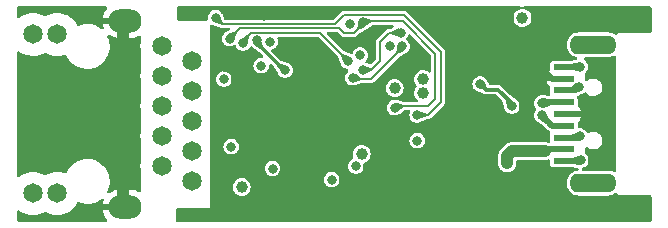
<source format=gbr>
%TF.GenerationSoftware,KiCad,Pcbnew,7.0.9-7.0.9~ubuntu22.04.1*%
%TF.CreationDate,2024-01-19T15:32:02+02:00*%
%TF.ProjectId,USB-GIGABIT_Rev_D,5553422d-4749-4474-9142-49545f526576,rev?*%
%TF.SameCoordinates,PX3473bc0PY4bd12e0*%
%TF.FileFunction,Copper,L4,Bot*%
%TF.FilePolarity,Positive*%
%FSLAX46Y46*%
G04 Gerber Fmt 4.6, Leading zero omitted, Abs format (unit mm)*
G04 Created by KiCad (PCBNEW 7.0.9-7.0.9~ubuntu22.04.1) date 2024-01-19 15:32:02*
%MOMM*%
%LPD*%
G01*
G04 APERTURE LIST*
%TA.AperFunction,SMDPad,CuDef*%
%ADD10R,1.800000X0.500000*%
%TD*%
%TA.AperFunction,ComponentPad*%
%ADD11O,4.000000X1.600000*%
%TD*%
%TA.AperFunction,ComponentPad*%
%ADD12C,1.650000*%
%TD*%
%TA.AperFunction,ComponentPad*%
%ADD13O,2.800000X2.000000*%
%TD*%
%TA.AperFunction,ComponentPad*%
%ADD14C,1.300000*%
%TD*%
%TA.AperFunction,ComponentPad*%
%ADD15C,1.800000*%
%TD*%
%TA.AperFunction,ViaPad*%
%ADD16C,1.000000*%
%TD*%
%TA.AperFunction,ViaPad*%
%ADD17C,0.800000*%
%TD*%
%TA.AperFunction,Conductor*%
%ADD18C,0.152400*%
%TD*%
%TA.AperFunction,Conductor*%
%ADD19C,0.254000*%
%TD*%
%TA.AperFunction,Conductor*%
%ADD20C,1.016000*%
%TD*%
%TA.AperFunction,Conductor*%
%ADD21C,0.508000*%
%TD*%
%TA.AperFunction,Conductor*%
%ADD22C,0.304800*%
%TD*%
G04 APERTURE END LIST*
D10*
X46700000Y5500000D03*
X46700000Y7500000D03*
X46700000Y9500000D03*
X46700000Y11500000D03*
X46700000Y13500000D03*
X46700000Y12500000D03*
X46700000Y10500000D03*
X46700000Y8500000D03*
X46700000Y6500000D03*
D11*
X49200000Y3650000D03*
X49200000Y15350000D03*
D12*
X12691500Y15215000D03*
X15231500Y13945000D03*
X12691500Y12675000D03*
X15231500Y11405000D03*
X12691500Y10135000D03*
X15231500Y8865000D03*
X12691500Y7595000D03*
X15231500Y6325000D03*
X12691500Y5055000D03*
X15231500Y3785000D03*
X3801500Y16231000D03*
X1769500Y16231000D03*
X3801500Y2769000D03*
X1769500Y2769000D03*
D13*
X9541500Y17400000D03*
X9541500Y1600000D03*
D14*
X27465988Y10694500D03*
X24265988Y10694500D03*
D15*
X25865988Y9094500D03*
D14*
X27465988Y7494500D03*
X24265988Y7494500D03*
D16*
X50000000Y17500000D03*
X21200000Y2157000D03*
D17*
X17212200Y17651000D03*
D16*
X3801000Y10666000D03*
X1388000Y7618000D03*
X1388000Y10666000D03*
X1388000Y13968000D03*
X6595000Y7872000D03*
X9389000Y10920000D03*
X9389000Y7872000D03*
X8881000Y4189000D03*
D17*
X18406000Y15873000D03*
X22724000Y18159000D03*
X24883000Y3554000D03*
D16*
X40758000Y10539000D03*
X43044000Y14984000D03*
X42155000Y8507000D03*
X43679000Y16381000D03*
X37710000Y17270000D03*
D17*
X25899000Y14476000D03*
X17898000Y13460000D03*
D16*
X40758000Y12825000D03*
X38218000Y13460000D03*
X46854000Y1141000D03*
X44949000Y13206000D03*
X19295000Y1014000D03*
D17*
X21327000Y17778000D03*
X24883000Y4443000D03*
X18533000Y5713000D03*
X20311000Y14603000D03*
X19694500Y9142000D03*
D16*
X48759000Y8761000D03*
D17*
X33265000Y6475000D03*
D16*
X33392000Y12571000D03*
D17*
X31614000Y5078000D03*
X30217000Y16254000D03*
D16*
X22978000Y1014000D03*
X48759000Y10031000D03*
D17*
X34281000Y7237000D03*
X28566000Y17143000D03*
D16*
X29582000Y6104503D03*
X19422000Y3300000D03*
D17*
X21073000Y13587000D03*
D16*
X43195230Y17626770D03*
X32376000Y11682000D03*
D17*
X31995000Y15238000D03*
X39615000Y12044500D03*
X42282000Y10158000D03*
X27042000Y3935000D03*
X29455000Y14476000D03*
D16*
X34789000Y11301000D03*
D17*
X29074000Y5078000D03*
X17898000Y12444000D03*
X18533000Y6729000D03*
D16*
X34789000Y12444000D03*
D17*
X22033476Y4879524D03*
X21835000Y15619000D03*
X33011000Y15238000D03*
X28820000Y12571000D03*
X20692000Y15746000D03*
X23105000Y13206000D03*
X47997000Y11809000D03*
X48098600Y13500000D03*
D16*
X41901000Y5332000D03*
X42282000Y6348000D03*
D17*
X34281000Y9396000D03*
X29709000Y17270000D03*
X32376000Y10031000D03*
X44822000Y10412000D03*
X44822000Y9396000D03*
X48060108Y7618000D03*
X48124000Y5586000D03*
X32884000Y16381000D03*
X29709000Y13206000D03*
X28439000Y13968000D03*
X19549000Y15492000D03*
D18*
X19549000Y15492000D02*
X19549000Y15746000D01*
X19549000Y15746000D02*
X20184000Y16381000D01*
X20184000Y16381000D02*
X26026000Y16381000D01*
X26026000Y16381000D02*
X28439000Y13968000D01*
X32376000Y10031000D02*
X32503000Y10158000D01*
X32503000Y10158000D02*
X35170000Y10158000D01*
X35170000Y10158000D02*
X35805000Y10793000D01*
X35805000Y10793000D02*
X35805000Y14603000D01*
X35805000Y14603000D02*
X33036400Y17371600D01*
X33036400Y17371600D02*
X29810600Y17371600D01*
X29810600Y17371600D02*
X29709000Y17270000D01*
X27296000Y17143000D02*
X28058000Y17905000D01*
X33138000Y17905000D02*
X36313000Y14730000D01*
X17720200Y17143000D02*
X27296000Y17143000D01*
X28058000Y17905000D02*
X33138000Y17905000D01*
X35170000Y9396000D02*
X34281000Y9396000D01*
X36313000Y14730000D02*
X36313000Y10539000D01*
X17212200Y17651000D02*
X17720200Y17143000D01*
X36313000Y10539000D02*
X35170000Y9396000D01*
X18406000Y15873000D02*
X19295000Y16762000D01*
X19295000Y16762000D02*
X27677000Y16762000D01*
X29709000Y17143000D02*
X29709000Y17270000D01*
X27677000Y16762000D02*
X28058000Y16381000D01*
X28058000Y16381000D02*
X28947000Y16381000D01*
X28947000Y16381000D02*
X29709000Y17143000D01*
D19*
X20692000Y15746000D02*
X20692000Y15492000D01*
X20692000Y15492000D02*
X22978000Y13206000D01*
X22978000Y13206000D02*
X23105000Y13206000D01*
D20*
X9541500Y17400000D02*
X9389000Y17247500D01*
X9389000Y17247500D02*
X9389000Y1752500D01*
X9389000Y1752500D02*
X9541500Y1600000D01*
X48759000Y9523000D02*
X48759000Y8761000D01*
D21*
X48736000Y9500000D02*
X48759000Y9523000D01*
D20*
X48759000Y10031000D02*
X48759000Y9523000D01*
D21*
X46700000Y9500000D02*
X48736000Y9500000D01*
X45655000Y12500000D02*
X46703500Y12500000D01*
X44949000Y13206000D02*
X45655000Y12500000D01*
D22*
X40104500Y11555000D02*
X39615000Y12044500D01*
X42282000Y10412000D02*
X41139000Y11555000D01*
X41139000Y11555000D02*
X40104500Y11555000D01*
X42282000Y10158000D02*
X42282000Y10412000D01*
D18*
X30344000Y12444000D02*
X33011000Y15111000D01*
X33011000Y15111000D02*
X33011000Y15238000D01*
X28947000Y12444000D02*
X30344000Y12444000D01*
X28820000Y12571000D02*
X28947000Y12444000D01*
D21*
X47997000Y11809000D02*
X47688000Y11500000D01*
X47688000Y11500000D02*
X46700000Y11500000D01*
X48098600Y13500000D02*
X46700000Y13500000D01*
D20*
X41901000Y5967000D02*
X41901000Y5332000D01*
D21*
X46700000Y6500000D02*
X45228000Y6500000D01*
X45228000Y6500000D02*
X45076000Y6348000D01*
D20*
X42282000Y6348000D02*
X41901000Y5967000D01*
X42282000Y6348000D02*
X45076000Y6348000D01*
D21*
X44910000Y10500000D02*
X44822000Y10412000D01*
X46700000Y10500000D02*
X44910000Y10500000D01*
X45718000Y8500000D02*
X44822000Y9396000D01*
X46700000Y8500000D02*
X45718000Y8500000D01*
X48060108Y7618000D02*
X47942108Y7500000D01*
X47942108Y7500000D02*
X46700000Y7500000D01*
X48038000Y5500000D02*
X46700000Y5500000D01*
X48124000Y5586000D02*
X48038000Y5500000D01*
D18*
X31106000Y15619000D02*
X31106000Y13968000D01*
X32884000Y16381000D02*
X31868000Y16381000D01*
X31868000Y16381000D02*
X31106000Y15619000D01*
X30344000Y13206000D02*
X29709000Y13206000D01*
X31106000Y13968000D02*
X30344000Y13206000D01*
%TA.AperFunction,Conductor*%
G36*
X43082825Y18598498D02*
G01*
X43129318Y18544842D01*
X43139422Y18474568D01*
X43109928Y18409988D01*
X43050202Y18371604D01*
X43028820Y18367294D01*
X43026276Y18367007D01*
X43026273Y18367007D01*
X43026273Y18367006D01*
X42865792Y18310852D01*
X42865790Y18310851D01*
X42721830Y18220395D01*
X42721827Y18220393D01*
X42601607Y18100173D01*
X42601605Y18100170D01*
X42511149Y17956210D01*
X42511148Y17956208D01*
X42459562Y17808782D01*
X42454993Y17795724D01*
X42435956Y17626770D01*
X42454993Y17457816D01*
X42469789Y17415531D01*
X42511148Y17297333D01*
X42511149Y17297331D01*
X42601605Y17153371D01*
X42601607Y17153368D01*
X42721827Y17033148D01*
X42721830Y17033146D01*
X42865793Y16942688D01*
X43026276Y16886533D01*
X43195230Y16867496D01*
X43364184Y16886533D01*
X43524667Y16942688D01*
X43668630Y17033146D01*
X43788854Y17153370D01*
X43879312Y17297333D01*
X43935467Y17457816D01*
X43954504Y17626770D01*
X43935467Y17795724D01*
X43879312Y17956207D01*
X43788854Y18100170D01*
X43788852Y18100173D01*
X43668632Y18220393D01*
X43668629Y18220395D01*
X43524669Y18310851D01*
X43524667Y18310852D01*
X43364184Y18367007D01*
X43361645Y18367294D01*
X43360119Y18367935D01*
X43357286Y18368581D01*
X43357399Y18369078D01*
X43296195Y18394796D01*
X43256002Y18453320D01*
X43253831Y18524284D01*
X43290369Y18585156D01*
X43354018Y18616611D01*
X43375756Y18618500D01*
X53992500Y18618500D01*
X54060621Y18598498D01*
X54107114Y18544842D01*
X54118500Y18492500D01*
X54118500Y16507500D01*
X54098498Y16439379D01*
X54044842Y16392886D01*
X53992500Y16381500D01*
X51518390Y16381500D01*
X51513185Y16381715D01*
X51494057Y16383300D01*
X51468060Y16385454D01*
X51468059Y16385454D01*
X51424155Y16374337D01*
X51419065Y16373270D01*
X51402772Y16370551D01*
X51374417Y16365819D01*
X51374407Y16365816D01*
X51374043Y16365618D01*
X51345044Y16354303D01*
X51344636Y16354200D01*
X51306726Y16329434D01*
X51302254Y16326769D01*
X51262438Y16305221D01*
X51262433Y16305217D01*
X51262152Y16304911D01*
X51238398Y16284793D01*
X51238051Y16284567D01*
X51238044Y16284561D01*
X51210232Y16248828D01*
X51206867Y16244856D01*
X51186340Y16222556D01*
X51125488Y16185984D01*
X51054523Y16188117D01*
X51013707Y16210491D01*
X50988683Y16231027D01*
X50988681Y16231028D01*
X50988680Y16231029D01*
X50805492Y16328945D01*
X50803880Y16329434D01*
X50606718Y16389242D01*
X50606717Y16389243D01*
X50606711Y16389244D01*
X50451807Y16404500D01*
X50451801Y16404500D01*
X47948199Y16404500D01*
X47948192Y16404500D01*
X47793288Y16389244D01*
X47594507Y16328945D01*
X47411313Y16231026D01*
X47411313Y16231025D01*
X47250747Y16099253D01*
X47118975Y15938687D01*
X47118974Y15938687D01*
X47021055Y15755493D01*
X46960756Y15556712D01*
X46940398Y15350004D01*
X46940398Y15349997D01*
X46960756Y15143289D01*
X47021055Y14944508D01*
X47118974Y14761314D01*
X47250747Y14600748D01*
X47411313Y14468976D01*
X47411313Y14468975D01*
X47451419Y14447538D01*
X47594508Y14371055D01*
X47712415Y14335289D01*
X47771794Y14296375D01*
X47800710Y14231534D01*
X47789980Y14161353D01*
X47743011Y14108114D01*
X47698460Y14090762D01*
X47258929Y14010547D01*
X47236307Y14008500D01*
X46663630Y14008500D01*
X46644724Y14005782D01*
X46626796Y14004500D01*
X45774936Y14004500D01*
X45774926Y14004499D01*
X45700699Y13989735D01*
X45616515Y13933484D01*
X45560266Y13849303D01*
X45545500Y13775070D01*
X45545500Y13257127D01*
X45525498Y13189006D01*
X45495011Y13156260D01*
X45437094Y13112903D01*
X45349555Y12995966D01*
X45349555Y12995965D01*
X45298505Y12859094D01*
X45292000Y12798598D01*
X45292000Y12750000D01*
X46824000Y12750000D01*
X46892121Y12729998D01*
X46938614Y12676342D01*
X46950000Y12624000D01*
X46950000Y12376000D01*
X46929998Y12307879D01*
X46876342Y12261386D01*
X46824000Y12250000D01*
X45292000Y12250000D01*
X45292000Y12201403D01*
X45298505Y12140907D01*
X45349555Y12004036D01*
X45349555Y12004035D01*
X45437093Y11887099D01*
X45495009Y11843744D01*
X45537555Y11786908D01*
X45545500Y11742875D01*
X45545500Y11224937D01*
X45545501Y11224927D01*
X45554840Y11177979D01*
X45548511Y11107265D01*
X45504957Y11051198D01*
X45438004Y11027580D01*
X45421947Y11027744D01*
X44906721Y11065933D01*
X44903788Y11066219D01*
X44901473Y11066500D01*
X44901471Y11066500D01*
X44901392Y11066500D01*
X44896751Y11066672D01*
X44849091Y11070204D01*
X44843625Y11070413D01*
X44834345Y11070602D01*
X44834344Y11070602D01*
X44834342Y11070602D01*
X44834338Y11070602D01*
X44834336Y11070601D01*
X44825469Y11068860D01*
X44801196Y11066500D01*
X44742527Y11066500D01*
X44588209Y11028464D01*
X44588202Y11028461D01*
X44447474Y10954602D01*
X44447469Y10954598D01*
X44328501Y10849200D01*
X44238215Y10718399D01*
X44238212Y10718393D01*
X44181849Y10569780D01*
X44162693Y10412004D01*
X44162693Y10411997D01*
X44181849Y10254221D01*
X44221111Y10150699D01*
X44235444Y10112905D01*
X44238212Y10105608D01*
X44238215Y10105602D01*
X44327965Y9975576D01*
X44350201Y9908151D01*
X44332454Y9839408D01*
X44327965Y9832424D01*
X44238215Y9702399D01*
X44238212Y9702393D01*
X44181849Y9553780D01*
X44162693Y9396004D01*
X44162693Y9395997D01*
X44181849Y9238221D01*
X44238212Y9089608D01*
X44238215Y9089602D01*
X44328500Y8958801D01*
X44328501Y8958800D01*
X44328502Y8958799D01*
X44394681Y8900170D01*
X44398131Y8896871D01*
X44403098Y8891744D01*
X44404949Y8890464D01*
X44410908Y8885794D01*
X44447471Y8853401D01*
X44490122Y8831017D01*
X44496671Y8827054D01*
X45054722Y8441256D01*
X45072165Y8426707D01*
X45310199Y8188673D01*
X45327101Y8167700D01*
X45329748Y8163581D01*
X45329750Y8163578D01*
X45369570Y8129075D01*
X45372850Y8126022D01*
X45384152Y8114720D01*
X45391176Y8109462D01*
X45396932Y8105153D01*
X45400435Y8102329D01*
X45436614Y8070980D01*
X45440257Y8067824D01*
X45442602Y8066754D01*
X45444708Y8065791D01*
X45467877Y8052044D01*
X45471792Y8049113D01*
X45471794Y8049113D01*
X45471796Y8049111D01*
X45500284Y8038486D01*
X45557120Y7995941D01*
X45581932Y7929421D01*
X45566842Y7860047D01*
X45561019Y7850430D01*
X45560266Y7849304D01*
X45545500Y7775070D01*
X45545500Y7224937D01*
X45545501Y7224927D01*
X45552533Y7189577D01*
X45546204Y7118863D01*
X45502649Y7062796D01*
X45435696Y7039178D01*
X45372406Y7052399D01*
X45338569Y7069393D01*
X45338566Y7069394D01*
X45313220Y7075401D01*
X45165123Y7110500D01*
X45165121Y7110500D01*
X42346727Y7110500D01*
X42328467Y7111830D01*
X42304327Y7115366D01*
X42304325Y7115366D01*
X42304324Y7115366D01*
X42284292Y7113614D01*
X42251449Y7110740D01*
X42245965Y7110500D01*
X42237583Y7110500D01*
X42204472Y7106630D01*
X42126765Y7099832D01*
X42119578Y7098347D01*
X42119565Y7098406D01*
X42112081Y7096747D01*
X42112095Y7096689D01*
X42104950Y7094996D01*
X42031627Y7068308D01*
X41957559Y7043766D01*
X41950913Y7040666D01*
X41950888Y7040720D01*
X41943987Y7037379D01*
X41944014Y7037325D01*
X41937463Y7034036D01*
X41904216Y7012170D01*
X41872276Y6991162D01*
X41837591Y6969767D01*
X41805848Y6950187D01*
X41800097Y6945639D01*
X41800060Y6945686D01*
X41794122Y6940850D01*
X41794161Y6940804D01*
X41788540Y6936088D01*
X41734994Y6879333D01*
X41407602Y6551942D01*
X41393753Y6539972D01*
X41374179Y6525399D01*
X41374176Y6525397D01*
X41340056Y6484735D01*
X41336349Y6480689D01*
X41330428Y6474767D01*
X41330428Y6474766D01*
X41309754Y6448621D01*
X41259604Y6388853D01*
X41255574Y6382725D01*
X41255523Y6382758D01*
X41251405Y6376294D01*
X41251455Y6376263D01*
X41247607Y6370026D01*
X41214625Y6299295D01*
X41179604Y6229562D01*
X41177095Y6222668D01*
X41177039Y6222689D01*
X41174525Y6215455D01*
X41174582Y6215436D01*
X41172275Y6208476D01*
X41156498Y6132066D01*
X41138499Y6056122D01*
X41137648Y6048833D01*
X41137587Y6048841D01*
X41136809Y6041227D01*
X41136871Y6041221D01*
X41136231Y6033910D01*
X41138500Y5955925D01*
X41138500Y5287586D01*
X41154001Y5154959D01*
X41154002Y5154957D01*
X41214964Y4987464D01*
X41214967Y4987458D01*
X41312910Y4838543D01*
X41312914Y4838539D01*
X41312915Y4838538D01*
X41383863Y4771602D01*
X41442567Y4716217D01*
X41573191Y4640801D01*
X41596933Y4627094D01*
X41767692Y4575972D01*
X41945637Y4565608D01*
X42121176Y4596560D01*
X42121181Y4596562D01*
X42284839Y4667157D01*
X42284840Y4667158D01*
X42284839Y4667158D01*
X42284845Y4667160D01*
X42427822Y4773602D01*
X42542396Y4910147D01*
X42622394Y5069434D01*
X42663500Y5242877D01*
X42663500Y5459500D01*
X42683502Y5527621D01*
X42737158Y5574114D01*
X42789500Y5585500D01*
X45120415Y5585500D01*
X45199990Y5594802D01*
X45253042Y5601002D01*
X45376406Y5645904D01*
X45447259Y5650406D01*
X45509299Y5615888D01*
X45542829Y5553308D01*
X45545500Y5527502D01*
X45545500Y5224937D01*
X45545501Y5224927D01*
X45560265Y5150700D01*
X45616516Y5066516D01*
X45700697Y5010267D01*
X45700699Y5010266D01*
X45774933Y4995500D01*
X46626795Y4995501D01*
X46644730Y4994218D01*
X46663631Y4991500D01*
X46663632Y4991500D01*
X47296671Y4991500D01*
X47325986Y4987476D01*
X47325992Y4987506D01*
X47326785Y4987366D01*
X47330623Y4986840D01*
X47332082Y4986431D01*
X47853523Y4946469D01*
X47919915Y4921320D01*
X47962172Y4864268D01*
X47966877Y4793428D01*
X47932535Y4731289D01*
X47870050Y4697582D01*
X47856244Y4695444D01*
X47793288Y4689244D01*
X47594507Y4628945D01*
X47411313Y4531026D01*
X47411313Y4531025D01*
X47250747Y4399253D01*
X47118975Y4238687D01*
X47118974Y4238687D01*
X47021055Y4055493D01*
X46960756Y3856712D01*
X46940398Y3650004D01*
X46940398Y3649997D01*
X46960756Y3443289D01*
X46960757Y3443283D01*
X46960758Y3443282D01*
X47004222Y3300000D01*
X47021055Y3244508D01*
X47118974Y3061314D01*
X47250747Y2900748D01*
X47411313Y2768976D01*
X47411313Y2768975D01*
X47443950Y2751530D01*
X47594508Y2671055D01*
X47793282Y2610758D01*
X47793286Y2610758D01*
X47793288Y2610757D01*
X47881340Y2602085D01*
X47948199Y2595500D01*
X47948208Y2595500D01*
X50451792Y2595500D01*
X50451801Y2595500D01*
X50539859Y2604174D01*
X50606711Y2610757D01*
X50606712Y2610758D01*
X50606718Y2610758D01*
X50805492Y2671055D01*
X50988683Y2768973D01*
X51011393Y2787612D01*
X51076740Y2815366D01*
X51146718Y2803385D01*
X51190762Y2767601D01*
X51194781Y2762437D01*
X51195070Y2762171D01*
X51215220Y2738380D01*
X51215438Y2738046D01*
X51215439Y2738045D01*
X51215440Y2738044D01*
X51251166Y2710238D01*
X51255141Y2706871D01*
X51280098Y2683897D01*
X51288454Y2676205D01*
X51288826Y2676042D01*
X51315594Y2660092D01*
X51315915Y2659842D01*
X51315918Y2659841D01*
X51358735Y2645142D01*
X51363573Y2643255D01*
X51405052Y2625060D01*
X51405292Y2625041D01*
X51405449Y2625027D01*
X51435962Y2618629D01*
X51436185Y2618553D01*
X51436339Y2618500D01*
X51481610Y2618500D01*
X51486815Y2618285D01*
X51489407Y2618071D01*
X51531940Y2614546D01*
X51532327Y2614644D01*
X51563258Y2618500D01*
X53992500Y2618500D01*
X54060621Y2598498D01*
X54107114Y2544842D01*
X54118500Y2492500D01*
X54118500Y507500D01*
X54098498Y439379D01*
X54044842Y392886D01*
X53992500Y381500D01*
X13960000Y381500D01*
X13891879Y401502D01*
X13845386Y455158D01*
X13834000Y507500D01*
X13834000Y1396000D01*
X13854002Y1464121D01*
X13907658Y1510614D01*
X13960000Y1522000D01*
X16755000Y1522000D01*
X16755000Y3300000D01*
X18662726Y3300000D01*
X18681763Y3131046D01*
X18723791Y3010935D01*
X18737918Y2970563D01*
X18737919Y2970561D01*
X18828375Y2826601D01*
X18828377Y2826598D01*
X18948597Y2706378D01*
X18948600Y2706376D01*
X19092563Y2615918D01*
X19253046Y2559763D01*
X19422000Y2540726D01*
X19590954Y2559763D01*
X19751437Y2615918D01*
X19895400Y2706376D01*
X20015624Y2826600D01*
X20106082Y2970563D01*
X20162237Y3131046D01*
X20181274Y3300000D01*
X20162237Y3468954D01*
X20106082Y3629437D01*
X20015624Y3773400D01*
X20015622Y3773403D01*
X19895402Y3893623D01*
X19895399Y3893625D01*
X19829556Y3934997D01*
X26382693Y3934997D01*
X26401849Y3777221D01*
X26448547Y3654091D01*
X26458213Y3628605D01*
X26548502Y3497799D01*
X26667471Y3392401D01*
X26667472Y3392401D01*
X26667474Y3392399D01*
X26680707Y3385454D01*
X26808207Y3318537D01*
X26962529Y3280500D01*
X26962530Y3280500D01*
X27121470Y3280500D01*
X27121471Y3280500D01*
X27275793Y3318537D01*
X27416529Y3392401D01*
X27535498Y3497799D01*
X27625787Y3628605D01*
X27682149Y3777218D01*
X27682149Y3777219D01*
X27682150Y3777221D01*
X27701307Y3934997D01*
X27701307Y3935004D01*
X27682150Y4092780D01*
X27668538Y4128669D01*
X27625787Y4241395D01*
X27535498Y4372201D01*
X27416529Y4477599D01*
X27416528Y4477600D01*
X27416525Y4477602D01*
X27275797Y4551461D01*
X27275795Y4551462D01*
X27275793Y4551463D01*
X27275791Y4551464D01*
X27275790Y4551464D01*
X27121472Y4589500D01*
X27121471Y4589500D01*
X26962529Y4589500D01*
X26962527Y4589500D01*
X26808209Y4551464D01*
X26808202Y4551461D01*
X26667474Y4477602D01*
X26667469Y4477598D01*
X26548501Y4372200D01*
X26458215Y4241399D01*
X26458212Y4241393D01*
X26401849Y4092780D01*
X26382693Y3935004D01*
X26382693Y3934997D01*
X19829556Y3934997D01*
X19751439Y3984081D01*
X19751437Y3984082D01*
X19590954Y4040237D01*
X19422000Y4059274D01*
X19253046Y4040237D01*
X19253043Y4040237D01*
X19253043Y4040236D01*
X19092562Y3984082D01*
X19092560Y3984081D01*
X18948600Y3893625D01*
X18948597Y3893623D01*
X18828377Y3773403D01*
X18828375Y3773400D01*
X18737919Y3629440D01*
X18737918Y3629438D01*
X18716301Y3567658D01*
X18681763Y3468954D01*
X18662726Y3300000D01*
X16755000Y3300000D01*
X16755000Y4879521D01*
X21374169Y4879521D01*
X21393325Y4721745D01*
X21438081Y4603736D01*
X21449689Y4573129D01*
X21539978Y4442323D01*
X21658947Y4336925D01*
X21658948Y4336925D01*
X21658950Y4336923D01*
X21733676Y4297704D01*
X21799683Y4263061D01*
X21954005Y4225024D01*
X21954006Y4225024D01*
X22112946Y4225024D01*
X22112947Y4225024D01*
X22267269Y4263061D01*
X22408005Y4336925D01*
X22526974Y4442323D01*
X22617263Y4573129D01*
X22673625Y4721742D01*
X22673625Y4721743D01*
X22673626Y4721745D01*
X22692783Y4879521D01*
X22692783Y4879528D01*
X22673626Y5037304D01*
X22658193Y5077997D01*
X28414693Y5077997D01*
X28433849Y4920221D01*
X28464828Y4838538D01*
X28490213Y4771605D01*
X28580502Y4640799D01*
X28699471Y4535401D01*
X28699472Y4535401D01*
X28699474Y4535399D01*
X28774200Y4496180D01*
X28840207Y4461537D01*
X28994529Y4423500D01*
X28994530Y4423500D01*
X29153470Y4423500D01*
X29153471Y4423500D01*
X29307793Y4461537D01*
X29448529Y4535401D01*
X29567498Y4640799D01*
X29657787Y4771605D01*
X29714149Y4920218D01*
X29714149Y4920219D01*
X29714150Y4920221D01*
X29733307Y5077997D01*
X29733307Y5078004D01*
X29713231Y5243349D01*
X29715893Y5243673D01*
X29718457Y5301902D01*
X29759430Y5359882D01*
X29796053Y5380047D01*
X29911437Y5420421D01*
X30055400Y5510879D01*
X30175624Y5631103D01*
X30266082Y5775066D01*
X30322237Y5935549D01*
X30341274Y6104503D01*
X30322237Y6273457D01*
X30266082Y6433940D01*
X30175624Y6577903D01*
X30175622Y6577906D01*
X30055402Y6698126D01*
X30055399Y6698128D01*
X29911439Y6788584D01*
X29911437Y6788585D01*
X29879383Y6799801D01*
X29750954Y6844740D01*
X29582000Y6863777D01*
X29413046Y6844740D01*
X29413043Y6844740D01*
X29413043Y6844739D01*
X29252562Y6788585D01*
X29252560Y6788584D01*
X29108600Y6698128D01*
X29108597Y6698126D01*
X28988377Y6577906D01*
X28988375Y6577903D01*
X28897919Y6433943D01*
X28897918Y6433941D01*
X28850804Y6299295D01*
X28841763Y6273457D01*
X28822726Y6104503D01*
X28841763Y5935549D01*
X28841764Y5935547D01*
X28876875Y5835204D01*
X28880494Y5764300D01*
X28845205Y5702694D01*
X28816502Y5682022D01*
X28699471Y5620600D01*
X28699469Y5620598D01*
X28580501Y5515200D01*
X28490215Y5384399D01*
X28490212Y5384393D01*
X28433849Y5235780D01*
X28414693Y5078004D01*
X28414693Y5077997D01*
X22658193Y5077997D01*
X22658190Y5078004D01*
X22617263Y5185919D01*
X22526974Y5316725D01*
X22408005Y5422123D01*
X22408004Y5422124D01*
X22408001Y5422126D01*
X22267273Y5495985D01*
X22267271Y5495986D01*
X22267269Y5495987D01*
X22267267Y5495988D01*
X22267266Y5495988D01*
X22112948Y5534024D01*
X22112947Y5534024D01*
X21954005Y5534024D01*
X21954003Y5534024D01*
X21799685Y5495988D01*
X21799678Y5495985D01*
X21658950Y5422126D01*
X21658945Y5422122D01*
X21539977Y5316724D01*
X21449691Y5185923D01*
X21449688Y5185917D01*
X21393325Y5037304D01*
X21374169Y4879528D01*
X21374169Y4879521D01*
X16755000Y4879521D01*
X16755000Y6728997D01*
X17873693Y6728997D01*
X17892849Y6571221D01*
X17914263Y6514759D01*
X17949213Y6422605D01*
X18039502Y6291799D01*
X18158471Y6186401D01*
X18158472Y6186401D01*
X18158474Y6186399D01*
X18233200Y6147180D01*
X18299207Y6112537D01*
X18453529Y6074500D01*
X18453530Y6074500D01*
X18612470Y6074500D01*
X18612471Y6074500D01*
X18766793Y6112537D01*
X18907529Y6186401D01*
X19026498Y6291799D01*
X19116787Y6422605D01*
X19173149Y6571218D01*
X19173149Y6571219D01*
X19173150Y6571221D01*
X19192307Y6728997D01*
X19192307Y6729004D01*
X19173150Y6886780D01*
X19154451Y6936085D01*
X19116787Y7035395D01*
X19026498Y7166201D01*
X18946586Y7236997D01*
X33621693Y7236997D01*
X33640849Y7079221D01*
X33677342Y6983000D01*
X33697213Y6930605D01*
X33787502Y6799799D01*
X33906471Y6694401D01*
X33906472Y6694401D01*
X33906474Y6694399D01*
X33981200Y6655180D01*
X34047207Y6620537D01*
X34201529Y6582500D01*
X34201530Y6582500D01*
X34360470Y6582500D01*
X34360471Y6582500D01*
X34514793Y6620537D01*
X34655529Y6694401D01*
X34774498Y6799799D01*
X34864787Y6930605D01*
X34921149Y7079218D01*
X34921149Y7079219D01*
X34921150Y7079221D01*
X34940307Y7236997D01*
X34940307Y7237004D01*
X34921150Y7394780D01*
X34907538Y7430669D01*
X34864787Y7543395D01*
X34774498Y7674201D01*
X34655529Y7779599D01*
X34655528Y7779600D01*
X34655525Y7779602D01*
X34514797Y7853461D01*
X34514795Y7853462D01*
X34514793Y7853463D01*
X34514791Y7853464D01*
X34514790Y7853464D01*
X34360472Y7891500D01*
X34360471Y7891500D01*
X34201529Y7891500D01*
X34201527Y7891500D01*
X34047209Y7853464D01*
X34047202Y7853461D01*
X33906474Y7779602D01*
X33906469Y7779598D01*
X33787501Y7674200D01*
X33697215Y7543399D01*
X33697212Y7543393D01*
X33640849Y7394780D01*
X33621693Y7237004D01*
X33621693Y7236997D01*
X18946586Y7236997D01*
X18907529Y7271599D01*
X18907528Y7271600D01*
X18907525Y7271602D01*
X18766797Y7345461D01*
X18766795Y7345462D01*
X18766793Y7345463D01*
X18766791Y7345464D01*
X18766790Y7345464D01*
X18612472Y7383500D01*
X18612471Y7383500D01*
X18453529Y7383500D01*
X18453527Y7383500D01*
X18299209Y7345464D01*
X18299202Y7345461D01*
X18158474Y7271602D01*
X18158469Y7271598D01*
X18039501Y7166200D01*
X17949215Y7035399D01*
X17949212Y7035393D01*
X17892849Y6886780D01*
X17873693Y6729004D01*
X17873693Y6728997D01*
X16755000Y6728997D01*
X16755000Y11682000D01*
X31616726Y11682000D01*
X31635763Y11513046D01*
X31665508Y11428040D01*
X31691918Y11352563D01*
X31691919Y11352561D01*
X31782375Y11208601D01*
X31782377Y11208598D01*
X31902597Y11088378D01*
X31902600Y11088376D01*
X32046563Y10997918D01*
X32207046Y10941763D01*
X32281715Y10933350D01*
X32347165Y10905847D01*
X32375208Y10865014D01*
X32411683Y10911047D01*
X32470282Y10933350D01*
X32544954Y10941763D01*
X32705437Y10997918D01*
X32849400Y11088376D01*
X32969624Y11208600D01*
X33060082Y11352563D01*
X33116237Y11513046D01*
X33135274Y11682000D01*
X33116237Y11850954D01*
X33060082Y12011437D01*
X32969624Y12155400D01*
X32969622Y12155403D01*
X32849402Y12275623D01*
X32849399Y12275625D01*
X32705439Y12366081D01*
X32705437Y12366082D01*
X32661940Y12381302D01*
X32544954Y12422237D01*
X32376000Y12441274D01*
X32207046Y12422237D01*
X32207043Y12422237D01*
X32207043Y12422236D01*
X32046562Y12366082D01*
X32046560Y12366081D01*
X31902600Y12275625D01*
X31902597Y12275623D01*
X31782377Y12155403D01*
X31782375Y12155400D01*
X31691919Y12011440D01*
X31691918Y12011438D01*
X31648278Y11886721D01*
X31635763Y11850954D01*
X31616726Y11682000D01*
X16755000Y11682000D01*
X16755000Y12443997D01*
X17238693Y12443997D01*
X17257849Y12286221D01*
X17295570Y12186761D01*
X17314213Y12137605D01*
X17404502Y12006799D01*
X17523471Y11901401D01*
X17523472Y11901401D01*
X17523474Y11901399D01*
X17548448Y11888292D01*
X17664207Y11827537D01*
X17818529Y11789500D01*
X17818530Y11789500D01*
X17977470Y11789500D01*
X17977471Y11789500D01*
X18131793Y11827537D01*
X18272529Y11901401D01*
X18391498Y12006799D01*
X18481787Y12137605D01*
X18538149Y12286218D01*
X18538149Y12286219D01*
X18538150Y12286221D01*
X18557307Y12443997D01*
X18557307Y12444004D01*
X18538150Y12601780D01*
X18515704Y12660964D01*
X18481787Y12750395D01*
X18391498Y12881201D01*
X18272529Y12986599D01*
X18272528Y12986600D01*
X18272525Y12986602D01*
X18131797Y13060461D01*
X18131795Y13060462D01*
X18131793Y13060463D01*
X18131791Y13060464D01*
X18131790Y13060464D01*
X17977472Y13098500D01*
X17977471Y13098500D01*
X17818529Y13098500D01*
X17818527Y13098500D01*
X17664209Y13060464D01*
X17664202Y13060461D01*
X17523474Y12986602D01*
X17523469Y12986598D01*
X17404501Y12881200D01*
X17314215Y12750399D01*
X17314212Y12750393D01*
X17257849Y12601780D01*
X17238693Y12444004D01*
X17238693Y12443997D01*
X16755000Y12443997D01*
X16755000Y16943361D01*
X16775002Y17011482D01*
X16828658Y17057975D01*
X16898932Y17068079D01*
X16939552Y17054930D01*
X16978407Y17034537D01*
X16990269Y17031614D01*
X16998541Y17028957D01*
X16999599Y17028535D01*
X16999610Y17028529D01*
X17500435Y16883776D01*
X17528435Y16871856D01*
X17539959Y16865203D01*
X17544595Y16862250D01*
X17578283Y16838660D01*
X17578285Y16838660D01*
X17583217Y16836360D01*
X17600240Y16829309D01*
X17605346Y16827450D01*
X17605347Y16827450D01*
X17605349Y16827449D01*
X17645862Y16820307D01*
X17651218Y16819119D01*
X17690933Y16808477D01*
X17718093Y16810854D01*
X17731896Y16812060D01*
X17737388Y16812300D01*
X17771691Y16812300D01*
X17776118Y16812144D01*
X17790082Y16811161D01*
X17790084Y16811162D01*
X17790086Y16811161D01*
X17790087Y16811162D01*
X17798478Y16811691D01*
X17798500Y16811343D01*
X17808222Y16812300D01*
X18337743Y16812300D01*
X18405864Y16792298D01*
X18452357Y16738642D01*
X18462461Y16668368D01*
X18432967Y16603788D01*
X18382093Y16568365D01*
X18299399Y16537268D01*
X18175930Y16490841D01*
X18175496Y16490706D01*
X18170054Y16488650D01*
X18169686Y16488480D01*
X18165133Y16486644D01*
X18165120Y16486637D01*
X18161456Y16484201D01*
X18155860Y16480885D01*
X18031469Y16415598D01*
X17912501Y16310200D01*
X17822215Y16179399D01*
X17822212Y16179393D01*
X17765849Y16030780D01*
X17746693Y15873004D01*
X17746693Y15872997D01*
X17765849Y15715221D01*
X17822212Y15566608D01*
X17822215Y15566602D01*
X17829042Y15556712D01*
X17912502Y15435799D01*
X18031471Y15330401D01*
X18031472Y15330401D01*
X18031474Y15330399D01*
X18072630Y15308799D01*
X18172207Y15256537D01*
X18326529Y15218500D01*
X18326530Y15218500D01*
X18485470Y15218500D01*
X18485471Y15218500D01*
X18639793Y15256537D01*
X18762823Y15321109D01*
X18832435Y15335055D01*
X18898537Y15309152D01*
X18939188Y15254223D01*
X18965209Y15185613D01*
X18965212Y15185608D01*
X18965213Y15185605D01*
X19055502Y15054799D01*
X19174471Y14949401D01*
X19174472Y14949401D01*
X19174474Y14949399D01*
X19208378Y14931605D01*
X19315207Y14875537D01*
X19469529Y14837500D01*
X19469530Y14837500D01*
X19628470Y14837500D01*
X19628471Y14837500D01*
X19782793Y14875537D01*
X19923529Y14949401D01*
X20042498Y15054799D01*
X20129697Y15181130D01*
X20184855Y15225829D01*
X20255424Y15233612D01*
X20310633Y15206919D01*
X20311195Y15207732D01*
X20316444Y15204110D01*
X20316944Y15203868D01*
X20317471Y15203401D01*
X20317472Y15203401D01*
X20317474Y15203399D01*
X20320593Y15201246D01*
X20335147Y15191866D01*
X20839189Y14799215D01*
X20839198Y14799210D01*
X20843549Y14796365D01*
X20843113Y14795700D01*
X20865406Y14779072D01*
X21187883Y14456595D01*
X21221909Y14394283D01*
X21216844Y14323468D01*
X21174297Y14266632D01*
X21107777Y14241821D01*
X21098788Y14241500D01*
X20993527Y14241500D01*
X20839209Y14203464D01*
X20839202Y14203461D01*
X20698474Y14129602D01*
X20698469Y14129598D01*
X20579501Y14024200D01*
X20489215Y13893399D01*
X20489212Y13893393D01*
X20432849Y13744780D01*
X20413693Y13587004D01*
X20413693Y13586997D01*
X20432849Y13429221D01*
X20465845Y13342221D01*
X20489213Y13280605D01*
X20579502Y13149799D01*
X20698471Y13044401D01*
X20698472Y13044401D01*
X20698474Y13044399D01*
X20738784Y13023243D01*
X20839207Y12970537D01*
X20993529Y12932500D01*
X20993530Y12932500D01*
X21152470Y12932500D01*
X21152471Y12932500D01*
X21306793Y12970537D01*
X21447529Y13044401D01*
X21566498Y13149799D01*
X21656787Y13280605D01*
X21713149Y13429218D01*
X21713149Y13429219D01*
X21713150Y13429221D01*
X21725483Y13530801D01*
X21732307Y13587000D01*
X21731379Y13594639D01*
X21743022Y13664671D01*
X21790680Y13717294D01*
X21859223Y13735798D01*
X21926888Y13714307D01*
X21945555Y13698923D01*
X22171498Y13472980D01*
X22190006Y13449441D01*
X22508911Y12925997D01*
X22519117Y12905129D01*
X22521210Y12899611D01*
X22521215Y12899602D01*
X22611500Y12768801D01*
X22611501Y12768800D01*
X22611502Y12768799D01*
X22730471Y12663401D01*
X22730472Y12663401D01*
X22730474Y12663399D01*
X22805200Y12624180D01*
X22871207Y12589537D01*
X23025529Y12551500D01*
X23025530Y12551500D01*
X23184470Y12551500D01*
X23184471Y12551500D01*
X23338793Y12589537D01*
X23479529Y12663401D01*
X23598498Y12768799D01*
X23688787Y12899605D01*
X23745149Y13048218D01*
X23745149Y13048219D01*
X23745150Y13048221D01*
X23764307Y13205997D01*
X23764307Y13206004D01*
X23745150Y13363780D01*
X23731538Y13399669D01*
X23688787Y13512395D01*
X23598498Y13643201D01*
X23479529Y13748599D01*
X23338793Y13822463D01*
X23338788Y13822465D01*
X23338787Y13822465D01*
X23336361Y13823063D01*
X23328333Y13825719D01*
X23328256Y13825469D01*
X22735871Y14008289D01*
X22683931Y14039591D01*
X21947731Y14775792D01*
X21913706Y14838104D01*
X21918771Y14908920D01*
X21961318Y14965755D01*
X22006672Y14987226D01*
X22068793Y15002537D01*
X22209529Y15076401D01*
X22328498Y15181799D01*
X22418787Y15312605D01*
X22475149Y15461218D01*
X22475149Y15461219D01*
X22475150Y15461221D01*
X22494307Y15618997D01*
X22494307Y15619004D01*
X22475150Y15776780D01*
X22453011Y15835155D01*
X22436146Y15879622D01*
X22430693Y15950405D01*
X22464375Y16012904D01*
X22526499Y16047271D01*
X22553959Y16050300D01*
X25836830Y16050300D01*
X25904951Y16030298D01*
X25925925Y16013395D01*
X27572761Y14366559D01*
X27601603Y14321812D01*
X27822950Y13733172D01*
X27823749Y13731134D01*
X27824671Y13728839D01*
X27825358Y13727131D01*
X27829151Y13721427D01*
X27842034Y13696352D01*
X27855213Y13661605D01*
X27945502Y13530799D01*
X28064471Y13425401D01*
X28064472Y13425401D01*
X28064474Y13425399D01*
X28139200Y13386180D01*
X28205207Y13351537D01*
X28359529Y13313500D01*
X28366929Y13311676D01*
X28366356Y13309353D01*
X28420823Y13285927D01*
X28460525Y13227069D01*
X28462103Y13156090D01*
X28425057Y13095525D01*
X28424003Y13094581D01*
X28326501Y13008200D01*
X28236215Y12877399D01*
X28236212Y12877393D01*
X28179849Y12728780D01*
X28160693Y12571004D01*
X28160693Y12570997D01*
X28179849Y12413221D01*
X28223387Y12298425D01*
X28236213Y12264605D01*
X28326502Y12133799D01*
X28445471Y12028401D01*
X28445472Y12028401D01*
X28445474Y12028399D01*
X28519145Y11989734D01*
X28586207Y11954537D01*
X28740529Y11916500D01*
X28740530Y11916500D01*
X28899470Y11916500D01*
X28899471Y11916500D01*
X29045244Y11952431D01*
X29050018Y11953410D01*
X29050031Y11953414D01*
X29050038Y11953414D01*
X29631538Y12109018D01*
X29664108Y12113300D01*
X30326801Y12113300D01*
X30332293Y12113060D01*
X30350177Y12111496D01*
X30373267Y12109476D01*
X30413010Y12120127D01*
X30418331Y12121306D01*
X30458851Y12128449D01*
X30458857Y12128453D01*
X30463995Y12130322D01*
X30480956Y12137348D01*
X30485912Y12139659D01*
X30485911Y12139659D01*
X30485916Y12139660D01*
X30519618Y12163260D01*
X30524229Y12166197D01*
X30559849Y12186761D01*
X30586301Y12218287D01*
X30589983Y12222305D01*
X32701359Y14333680D01*
X32733108Y14356777D01*
X33161113Y14575511D01*
X33272563Y14632468D01*
X33272565Y14632470D01*
X33272568Y14632471D01*
X33275128Y14634411D01*
X33279920Y14638040D01*
X33297446Y14649173D01*
X33385529Y14695401D01*
X33504498Y14800799D01*
X33594787Y14931605D01*
X33651149Y15080218D01*
X33651149Y15080219D01*
X33651150Y15080221D01*
X33670307Y15237997D01*
X33670307Y15238004D01*
X33651150Y15395780D01*
X33626331Y15461221D01*
X33594787Y15544395D01*
X33538251Y15626302D01*
X33504499Y15675200D01*
X33487069Y15690642D01*
X33394194Y15772923D01*
X33356470Y15833065D01*
X33357250Y15904058D01*
X33374053Y15938809D01*
X33377496Y15943798D01*
X33377498Y15943799D01*
X33467787Y16074605D01*
X33508099Y16180900D01*
X33550957Y16237500D01*
X33617613Y16261945D01*
X33686903Y16246473D01*
X33715006Y16225314D01*
X35437395Y14502925D01*
X35471421Y14440613D01*
X35474300Y14413830D01*
X35474300Y13129915D01*
X35454298Y13061794D01*
X35400642Y13015301D01*
X35330368Y13005197D01*
X35268224Y13033579D01*
X35267933Y13033212D01*
X35266467Y13034381D01*
X35265788Y13034691D01*
X35264054Y13036306D01*
X35262399Y13037625D01*
X35118439Y13128081D01*
X35118437Y13128082D01*
X35056367Y13149801D01*
X34957954Y13184237D01*
X34789000Y13203274D01*
X34620046Y13184237D01*
X34620043Y13184237D01*
X34620043Y13184236D01*
X34459562Y13128082D01*
X34459560Y13128081D01*
X34315600Y13037625D01*
X34315597Y13037623D01*
X34195377Y12917403D01*
X34195375Y12917400D01*
X34104919Y12773440D01*
X34104918Y12773438D01*
X34070943Y12676342D01*
X34048763Y12612954D01*
X34029726Y12444000D01*
X34048763Y12275046D01*
X34086850Y12166200D01*
X34104918Y12114563D01*
X34104919Y12114561D01*
X34195375Y11970601D01*
X34195377Y11970598D01*
X34204380Y11961595D01*
X34238406Y11899283D01*
X34233341Y11828468D01*
X34204380Y11783405D01*
X34195377Y11774403D01*
X34195375Y11774400D01*
X34104919Y11630440D01*
X34104918Y11630438D01*
X34063841Y11513046D01*
X34048763Y11469954D01*
X34029726Y11301000D01*
X34048763Y11132046D01*
X34095664Y10998011D01*
X34104918Y10971563D01*
X34104919Y10971561D01*
X34195375Y10827601D01*
X34195377Y10827598D01*
X34319180Y10703795D01*
X34353206Y10641483D01*
X34348141Y10570668D01*
X34305594Y10513832D01*
X34239074Y10489021D01*
X34230085Y10488700D01*
X33220112Y10488700D01*
X33187542Y10492982D01*
X32606029Y10648590D01*
X32604872Y10648800D01*
X32601081Y10649611D01*
X32454240Y10685804D01*
X32392886Y10721528D01*
X32376209Y10754168D01*
X32352992Y10715488D01*
X32297759Y10685804D01*
X32142209Y10647464D01*
X32142202Y10647461D01*
X32001474Y10573602D01*
X32001469Y10573598D01*
X31882501Y10468200D01*
X31792215Y10337399D01*
X31792212Y10337393D01*
X31735849Y10188780D01*
X31716693Y10031004D01*
X31716693Y10030997D01*
X31735849Y9873221D01*
X31753280Y9827261D01*
X31792213Y9724605D01*
X31882502Y9593799D01*
X32001471Y9488401D01*
X32001472Y9488401D01*
X32001474Y9488399D01*
X32076200Y9449180D01*
X32142207Y9414537D01*
X32296529Y9376500D01*
X32296530Y9376500D01*
X32455470Y9376500D01*
X32455471Y9376500D01*
X32609793Y9414537D01*
X32750529Y9488401D01*
X32788644Y9522170D01*
X32807394Y9535312D01*
X32807374Y9535341D01*
X32809319Y9536661D01*
X32812048Y9538573D01*
X32812480Y9538810D01*
X32812499Y9538817D01*
X33205784Y9805577D01*
X33273388Y9827261D01*
X33276513Y9827300D01*
X33562041Y9827300D01*
X33630162Y9807298D01*
X33676655Y9753642D01*
X33686759Y9683368D01*
X33679854Y9656625D01*
X33665686Y9619268D01*
X33640849Y9553780D01*
X33621693Y9396004D01*
X33621693Y9395997D01*
X33640849Y9238221D01*
X33678570Y9138761D01*
X33697213Y9089605D01*
X33787502Y8958799D01*
X33906471Y8853401D01*
X33906472Y8853401D01*
X33906474Y8853399D01*
X33949114Y8831020D01*
X34047207Y8779537D01*
X34201529Y8741500D01*
X34201530Y8741500D01*
X34360470Y8741500D01*
X34360471Y8741500D01*
X34514793Y8779537D01*
X34523942Y8784340D01*
X34546492Y8792734D01*
X34546367Y8793102D01*
X34552224Y8795094D01*
X34552228Y8795094D01*
X35119221Y9052200D01*
X35182236Y9062966D01*
X35199267Y9061476D01*
X35239010Y9072127D01*
X35244331Y9073306D01*
X35284851Y9080449D01*
X35284857Y9080453D01*
X35289995Y9082322D01*
X35306956Y9089348D01*
X35311912Y9091659D01*
X35311911Y9091659D01*
X35311916Y9091660D01*
X35345618Y9115260D01*
X35350229Y9118197D01*
X35385849Y9138761D01*
X35412301Y9170287D01*
X35415983Y9174305D01*
X36534695Y10293017D01*
X36538713Y10296699D01*
X36570239Y10323151D01*
X36590803Y10358771D01*
X36593740Y10363382D01*
X36617340Y10397084D01*
X36617341Y10397089D01*
X36619652Y10402044D01*
X36626678Y10419005D01*
X36628547Y10424143D01*
X36628551Y10424149D01*
X36635694Y10464669D01*
X36636873Y10469990D01*
X36647524Y10509733D01*
X36644725Y10541726D01*
X36643940Y10550708D01*
X36643700Y10556200D01*
X36643700Y12044497D01*
X38955693Y12044497D01*
X38974849Y11886721D01*
X39010039Y11793935D01*
X39031213Y11738105D01*
X39121502Y11607299D01*
X39240471Y11501901D01*
X39240472Y11501901D01*
X39240474Y11501899D01*
X39381200Y11428040D01*
X39381204Y11428039D01*
X39381207Y11428037D01*
X39381209Y11428037D01*
X39382745Y11427455D01*
X39385595Y11426589D01*
X39786073Y11281225D01*
X39832174Y11251883D01*
X39852585Y11231472D01*
X39862349Y11221708D01*
X39882397Y11211493D01*
X39899255Y11201163D01*
X39917468Y11187930D01*
X39938875Y11180975D01*
X39957137Y11173411D01*
X39977194Y11163191D01*
X39999433Y11159669D01*
X40018640Y11155058D01*
X40040054Y11148100D01*
X40072476Y11148100D01*
X40197747Y11148100D01*
X40199552Y11148022D01*
X40202398Y11148100D01*
X40918267Y11148100D01*
X40986388Y11128098D01*
X41007362Y11111195D01*
X41502203Y10616354D01*
X41536229Y10554042D01*
X41536592Y10552314D01*
X41631274Y10085681D01*
X41632073Y10080745D01*
X41641849Y10000221D01*
X41655009Y9965521D01*
X41657180Y9958629D01*
X41659553Y9949250D01*
X41659556Y9949238D01*
X41661990Y9941223D01*
X41670304Y9917927D01*
X41673753Y9911048D01*
X41673561Y9910952D01*
X41681747Y9895019D01*
X41690015Y9873221D01*
X41698213Y9851605D01*
X41788502Y9720799D01*
X41907471Y9615401D01*
X41907472Y9615401D01*
X41907474Y9615399D01*
X41948626Y9593801D01*
X42048207Y9541537D01*
X42202529Y9503500D01*
X42202530Y9503500D01*
X42361470Y9503500D01*
X42361471Y9503500D01*
X42515793Y9541537D01*
X42656529Y9615401D01*
X42775498Y9720799D01*
X42865787Y9851605D01*
X42922149Y10000218D01*
X42922149Y10000219D01*
X42922150Y10000221D01*
X42941307Y10157997D01*
X42941307Y10158004D01*
X42922150Y10315780D01*
X42908538Y10351669D01*
X42865787Y10464395D01*
X42775498Y10595201D01*
X42743432Y10623609D01*
X42728952Y10638767D01*
X42726759Y10641483D01*
X42721254Y10648302D01*
X42720912Y10648587D01*
X42159571Y11116814D01*
X42157762Y11117853D01*
X42131428Y11138015D01*
X41799486Y11469957D01*
X41404077Y11865366D01*
X41381151Y11888292D01*
X41361101Y11898509D01*
X41344245Y11908838D01*
X41326035Y11922069D01*
X41326031Y11922071D01*
X41304624Y11929026D01*
X41286359Y11936592D01*
X41266306Y11946810D01*
X41244070Y11950332D01*
X41224855Y11954945D01*
X41203446Y11961900D01*
X41171024Y11961900D01*
X40460557Y11961900D01*
X40392436Y11981902D01*
X40346284Y12034819D01*
X40224626Y12296725D01*
X40224619Y12296736D01*
X40222845Y12299219D01*
X40207544Y12327803D01*
X40207153Y12328833D01*
X40198787Y12350895D01*
X40177799Y12381302D01*
X40108499Y12481700D01*
X40029711Y12551501D01*
X39989529Y12587099D01*
X39989528Y12587100D01*
X39989525Y12587102D01*
X39848797Y12660961D01*
X39848795Y12660962D01*
X39848793Y12660963D01*
X39848791Y12660964D01*
X39848790Y12660964D01*
X39694472Y12699000D01*
X39694471Y12699000D01*
X39535529Y12699000D01*
X39535527Y12699000D01*
X39381209Y12660964D01*
X39381202Y12660961D01*
X39240474Y12587102D01*
X39240469Y12587098D01*
X39121501Y12481700D01*
X39031215Y12350899D01*
X39031212Y12350893D01*
X38974849Y12202280D01*
X38955693Y12044504D01*
X38955693Y12044497D01*
X36643700Y12044497D01*
X36643700Y14712802D01*
X36643940Y14718294D01*
X36645084Y14731386D01*
X36647524Y14759267D01*
X36636879Y14798990D01*
X36635693Y14804340D01*
X36628551Y14844851D01*
X36628550Y14844853D01*
X36626693Y14849957D01*
X36619640Y14866982D01*
X36617340Y14871915D01*
X36617340Y14871916D01*
X36593742Y14905617D01*
X36590805Y14910228D01*
X36570239Y14945849D01*
X36570238Y14945850D01*
X36538728Y14972291D01*
X36534685Y14975995D01*
X33383991Y18126689D01*
X33380288Y18130730D01*
X33353849Y18162239D01*
X33318242Y18182797D01*
X33313606Y18185751D01*
X33279914Y18209342D01*
X33275021Y18211623D01*
X33257933Y18218701D01*
X33252849Y18220552D01*
X33212352Y18227693D01*
X33206984Y18228883D01*
X33167268Y18239524D01*
X33167267Y18239524D01*
X33162334Y18239093D01*
X33126293Y18235940D01*
X33120801Y18235700D01*
X28075199Y18235700D01*
X28069707Y18235940D01*
X28033665Y18239093D01*
X28028733Y18239524D01*
X28028732Y18239524D01*
X28028728Y18239524D01*
X27989017Y18228883D01*
X27983651Y18227694D01*
X27943152Y18220553D01*
X27938096Y18218713D01*
X27920982Y18211624D01*
X27916079Y18209338D01*
X27882388Y18185748D01*
X27877755Y18182797D01*
X27842151Y18162240D01*
X27842148Y18162237D01*
X27815719Y18130741D01*
X27812006Y18126689D01*
X27195925Y17510605D01*
X27133613Y17476580D01*
X27106829Y17473700D01*
X18070513Y17473700D01*
X18002392Y17493702D01*
X17955899Y17547358D01*
X17952582Y17555335D01*
X17828149Y17886100D01*
X17827239Y17888404D01*
X17825708Y17892196D01*
X17822046Y17897687D01*
X17809064Y17922912D01*
X17795987Y17957395D01*
X17784298Y17974329D01*
X17705698Y18088201D01*
X17586729Y18193599D01*
X17586728Y18193600D01*
X17586725Y18193602D01*
X17445997Y18267461D01*
X17445995Y18267462D01*
X17445993Y18267463D01*
X17445991Y18267464D01*
X17445990Y18267464D01*
X17291672Y18305500D01*
X17291671Y18305500D01*
X17132729Y18305500D01*
X17132727Y18305500D01*
X16978409Y18267464D01*
X16978402Y18267461D01*
X16837674Y18193602D01*
X16837669Y18193598D01*
X16718701Y18088200D01*
X16628415Y17957399D01*
X16628412Y17957393D01*
X16572049Y17808780D01*
X16552893Y17651004D01*
X16552893Y17650997D01*
X16566590Y17538187D01*
X16554945Y17468152D01*
X16507284Y17415531D01*
X16441509Y17397000D01*
X14087000Y17397000D01*
X14018879Y17417002D01*
X13972386Y17470658D01*
X13961000Y17523000D01*
X13961000Y18492500D01*
X13981002Y18560621D01*
X14034658Y18607114D01*
X14087000Y18618500D01*
X43014704Y18618500D01*
X43082825Y18598498D01*
G37*
%TD.AperFunction*%
%TA.AperFunction,Conductor*%
G36*
X51068906Y14428335D02*
G01*
X51110944Y14371122D01*
X51118500Y14328144D01*
X51118500Y4671857D01*
X51098498Y4603736D01*
X51044842Y4557243D01*
X50974568Y4547139D01*
X50933104Y4560735D01*
X50805492Y4628945D01*
X50679523Y4667157D01*
X50606718Y4689242D01*
X50606717Y4689243D01*
X50606711Y4689244D01*
X50451807Y4704500D01*
X50451801Y4704500D01*
X48320201Y4704500D01*
X48252080Y4724502D01*
X48205587Y4778158D01*
X48195483Y4848432D01*
X48224977Y4913012D01*
X48284703Y4951396D01*
X48290047Y4952839D01*
X48297522Y4954682D01*
X48357793Y4969537D01*
X48498529Y5043401D01*
X48617498Y5148799D01*
X48707787Y5279605D01*
X48764149Y5428218D01*
X48764149Y5428219D01*
X48764150Y5428221D01*
X48783307Y5585997D01*
X48783307Y5586004D01*
X48764150Y5743780D01*
X48729477Y5835204D01*
X48707787Y5892395D01*
X48617498Y6023201D01*
X48617495Y6023204D01*
X48617496Y6023204D01*
X48547446Y6085263D01*
X48509721Y6145408D01*
X48505000Y6179575D01*
X48505000Y6583259D01*
X48525002Y6651380D01*
X48578658Y6697873D01*
X48648932Y6707977D01*
X48711992Y6679780D01*
X48784784Y6618699D01*
X48784786Y6618698D01*
X48941567Y6539960D01*
X49112279Y6499500D01*
X49112281Y6499500D01*
X49243712Y6499500D01*
X49341618Y6510945D01*
X49374255Y6514759D01*
X49539117Y6574763D01*
X49685696Y6671170D01*
X49806092Y6798782D01*
X49893812Y6950719D01*
X49944130Y7118790D01*
X49954331Y7293935D01*
X49923865Y7466711D01*
X49854377Y7627804D01*
X49854376Y7627805D01*
X49854375Y7627808D01*
X49749612Y7768528D01*
X49741819Y7775067D01*
X49708530Y7803000D01*
X49615215Y7881302D01*
X49458434Y7960040D01*
X49401529Y7973527D01*
X49287721Y8000500D01*
X49156291Y8000500D01*
X49156288Y8000500D01*
X49025745Y7985242D01*
X49025743Y7985241D01*
X48860887Y7925239D01*
X48860880Y7925236D01*
X48814188Y7894525D01*
X48746282Y7873804D01*
X48677954Y7893085D01*
X48641254Y7928221D01*
X48553607Y8055200D01*
X48539357Y8067825D01*
X48434637Y8160599D01*
X48434636Y8160600D01*
X48434633Y8160602D01*
X48293905Y8234461D01*
X48293903Y8234462D01*
X48293901Y8234463D01*
X48293899Y8234464D01*
X48293898Y8234464D01*
X48139580Y8272500D01*
X48139579Y8272500D01*
X47980637Y8272500D01*
X47980499Y8272500D01*
X47912378Y8292502D01*
X47865885Y8346158D01*
X47854499Y8398500D01*
X47854499Y8742874D01*
X47874501Y8810995D01*
X47904990Y8843742D01*
X47962904Y8887096D01*
X48050444Y9004035D01*
X48050444Y9004036D01*
X48101494Y9140907D01*
X48107999Y9201403D01*
X48108000Y9201415D01*
X48108000Y9250000D01*
X46576000Y9250000D01*
X46507879Y9270002D01*
X46461386Y9323658D01*
X46450000Y9376000D01*
X46450000Y9624000D01*
X46470002Y9692121D01*
X46523658Y9738614D01*
X46576000Y9750000D01*
X48108000Y9750000D01*
X48108000Y9798586D01*
X48107999Y9798598D01*
X48101494Y9859094D01*
X48050444Y9995965D01*
X48050444Y9995966D01*
X47962904Y10112905D01*
X47904990Y10156258D01*
X47862443Y10213093D01*
X47854499Y10257121D01*
X47854499Y10775066D01*
X47854498Y10775069D01*
X47854498Y10775074D01*
X47848228Y10806592D01*
X47839734Y10849301D01*
X47839732Y10849304D01*
X47834985Y10860767D01*
X47836219Y10861279D01*
X47818963Y10916385D01*
X47837744Y10984853D01*
X47890560Y11032298D01*
X47900912Y11036694D01*
X47934204Y11049111D01*
X47938117Y11052042D01*
X47961299Y11065796D01*
X47965743Y11067824D01*
X48005585Y11102350D01*
X48009055Y11105145D01*
X48021848Y11114720D01*
X48033151Y11126025D01*
X48036416Y11129064D01*
X48038617Y11130972D01*
X48090957Y11158071D01*
X48172507Y11178171D01*
X48200980Y11184846D01*
X48206593Y11186403D01*
X48210980Y11187618D01*
X48210987Y11187621D01*
X48212128Y11187937D01*
X48230793Y11192537D01*
X48371529Y11266401D01*
X48421199Y11310405D01*
X48485451Y11340607D01*
X48555832Y11331276D01*
X48605820Y11291337D01*
X48624385Y11266401D01*
X48650390Y11231470D01*
X48735223Y11160287D01*
X48784784Y11118699D01*
X48784786Y11118698D01*
X48941567Y11039960D01*
X49112279Y10999500D01*
X49112281Y10999500D01*
X49243712Y10999500D01*
X49364279Y11013593D01*
X49374255Y11014759D01*
X49539117Y11074763D01*
X49685696Y11171170D01*
X49806092Y11298782D01*
X49893812Y11450719D01*
X49944130Y11618790D01*
X49954331Y11793935D01*
X49923865Y11966711D01*
X49854377Y12127804D01*
X49854376Y12127805D01*
X49854375Y12127808D01*
X49749612Y12268528D01*
X49741844Y12275046D01*
X49680056Y12326893D01*
X49615215Y12381302D01*
X49458434Y12460040D01*
X49367039Y12481701D01*
X49287721Y12500500D01*
X49156291Y12500500D01*
X49156288Y12500500D01*
X49025745Y12485242D01*
X49025743Y12485241D01*
X48860887Y12425239D01*
X48860874Y12425232D01*
X48714306Y12328833D01*
X48711995Y12326893D01*
X48710088Y12326059D01*
X48708172Y12324798D01*
X48707956Y12325126D01*
X48646956Y12298425D01*
X48576851Y12309640D01*
X48523937Y12356976D01*
X48505000Y12423411D01*
X48505000Y12928930D01*
X48525002Y12997051D01*
X48547442Y13023238D01*
X48592098Y13062799D01*
X48682387Y13193605D01*
X48738749Y13342218D01*
X48738749Y13342219D01*
X48738750Y13342221D01*
X48757907Y13499997D01*
X48757907Y13500004D01*
X48738750Y13657780D01*
X48723146Y13698923D01*
X48682387Y13806395D01*
X48592098Y13937201D01*
X48473129Y14042599D01*
X48473128Y14042600D01*
X48473125Y14042602D01*
X48443913Y14057933D01*
X48392890Y14107301D01*
X48376658Y14176417D01*
X48400370Y14243337D01*
X48456497Y14286814D01*
X48502468Y14295500D01*
X50451792Y14295500D01*
X50451801Y14295500D01*
X50539859Y14304174D01*
X50606711Y14310757D01*
X50606712Y14310758D01*
X50606718Y14310758D01*
X50805492Y14371055D01*
X50933106Y14439267D01*
X51002609Y14453738D01*
X51068906Y14428335D01*
G37*
%TD.AperFunction*%
%TA.AperFunction,Conductor*%
G36*
X32228021Y17020898D02*
G01*
X32274514Y16967242D01*
X32284618Y16896968D01*
X32255124Y16832388D01*
X32211936Y16800148D01*
X32041685Y16722947D01*
X31989652Y16711700D01*
X31885199Y16711700D01*
X31879707Y16711940D01*
X31843665Y16715093D01*
X31838733Y16715524D01*
X31838732Y16715524D01*
X31838728Y16715524D01*
X31799017Y16704883D01*
X31793651Y16703694D01*
X31753152Y16696553D01*
X31748096Y16694713D01*
X31730982Y16687624D01*
X31726079Y16685338D01*
X31692388Y16661748D01*
X31687755Y16658797D01*
X31652151Y16638240D01*
X31652148Y16638237D01*
X31625719Y16606741D01*
X31622006Y16602689D01*
X30884316Y15864998D01*
X30880264Y15861285D01*
X30848761Y15834849D01*
X30828198Y15799235D01*
X30825245Y15794601D01*
X30801662Y15760921D01*
X30799376Y15756018D01*
X30792287Y15738904D01*
X30790447Y15733848D01*
X30783306Y15693349D01*
X30782117Y15687983D01*
X30771476Y15648272D01*
X30771476Y15648268D01*
X30775060Y15607293D01*
X30775300Y15601801D01*
X30775300Y14157171D01*
X30755298Y14089050D01*
X30738399Y14068081D01*
X30563718Y13893399D01*
X30402363Y13732044D01*
X30340051Y13698019D01*
X30270032Y13702790D01*
X29972341Y13811543D01*
X29915220Y13853706D01*
X29889961Y13920057D01*
X29904585Y13989532D01*
X29932023Y14024204D01*
X29948498Y14038799D01*
X30038787Y14169605D01*
X30095149Y14318218D01*
X30095149Y14318219D01*
X30095150Y14318221D01*
X30114307Y14475997D01*
X30114307Y14476004D01*
X30095150Y14633780D01*
X30081538Y14669669D01*
X30038787Y14782395D01*
X29948498Y14913201D01*
X29829529Y15018599D01*
X29829528Y15018600D01*
X29829525Y15018602D01*
X29688797Y15092461D01*
X29688795Y15092462D01*
X29688793Y15092463D01*
X29688791Y15092464D01*
X29688790Y15092464D01*
X29534472Y15130500D01*
X29534471Y15130500D01*
X29375529Y15130500D01*
X29375527Y15130500D01*
X29221209Y15092464D01*
X29221202Y15092461D01*
X29080474Y15018602D01*
X29080469Y15018598D01*
X28961501Y14913200D01*
X28871215Y14782399D01*
X28871212Y14782393D01*
X28825297Y14661327D01*
X28782438Y14604726D01*
X28715782Y14580281D01*
X28663137Y14588071D01*
X28085186Y14805399D01*
X28040439Y14834241D01*
X26658475Y16216205D01*
X26624449Y16278517D01*
X26629514Y16349332D01*
X26672061Y16406168D01*
X26738581Y16430979D01*
X26747570Y16431300D01*
X27487830Y16431300D01*
X27555951Y16411298D01*
X27576925Y16394395D01*
X27812005Y16159315D01*
X27815709Y16155272D01*
X27842150Y16123762D01*
X27842151Y16123761D01*
X27877764Y16103200D01*
X27882390Y16100253D01*
X27916083Y16076660D01*
X27916088Y16076659D01*
X27921017Y16074360D01*
X27938040Y16067309D01*
X27943146Y16065450D01*
X27943147Y16065450D01*
X27943149Y16065449D01*
X27983662Y16058307D01*
X27989014Y16057120D01*
X28028733Y16046477D01*
X28056864Y16048938D01*
X28069699Y16050060D01*
X28075191Y16050300D01*
X28929801Y16050300D01*
X28935293Y16050060D01*
X28953177Y16048496D01*
X28976267Y16046476D01*
X29016010Y16057127D01*
X29021331Y16058306D01*
X29061851Y16065449D01*
X29061857Y16065453D01*
X29066995Y16067322D01*
X29083956Y16074348D01*
X29088912Y16076659D01*
X29088911Y16076659D01*
X29088916Y16076660D01*
X29122618Y16100260D01*
X29127229Y16103197D01*
X29162849Y16123761D01*
X29189290Y16155274D01*
X29192983Y16159305D01*
X29399358Y16365680D01*
X29431107Y16388777D01*
X29820052Y16587549D01*
X29970563Y16664468D01*
X29970564Y16664470D01*
X29970568Y16664471D01*
X29977355Y16669614D01*
X30008363Y16686840D01*
X30009241Y16687177D01*
X30012136Y16688286D01*
X30025660Y16696810D01*
X30029961Y16699287D01*
X30039265Y16704170D01*
X30083529Y16727401D01*
X30098817Y16740947D01*
X30115187Y16753229D01*
X30540887Y17021499D01*
X30608064Y17040900D01*
X32159900Y17040900D01*
X32228021Y17020898D01*
G37*
%TD.AperFunction*%
%TA.AperFunction,Conductor*%
G36*
X7695615Y2336405D02*
G01*
X7746562Y2286959D01*
X7762688Y2217818D01*
X7756062Y2184015D01*
X7682417Y1969495D01*
X7682415Y1969486D01*
X7662477Y1850001D01*
X7662477Y1850000D01*
X8707814Y1850000D01*
X8682007Y1809844D01*
X8641500Y1671889D01*
X8641500Y1528111D01*
X8682007Y1390156D01*
X8707814Y1350000D01*
X7662477Y1350000D01*
X7682415Y1230515D01*
X7682417Y1230506D01*
X7763130Y995395D01*
X7763132Y995393D01*
X7881445Y776767D01*
X7881451Y776758D01*
X8030789Y584891D01*
X8056846Y518849D01*
X8043061Y449204D01*
X7993811Y398067D01*
X7931358Y381500D01*
X507500Y381500D01*
X439379Y401502D01*
X392886Y455158D01*
X381500Y507500D01*
X381500Y1256010D01*
X401502Y1324131D01*
X455158Y1370624D01*
X525432Y1380728D01*
X583005Y1356880D01*
X771367Y1215874D01*
X1002559Y1089634D01*
X1249364Y997580D01*
X1506758Y941588D01*
X1769500Y922796D01*
X2032242Y941588D01*
X2289636Y997580D01*
X2536441Y1089634D01*
X2725117Y1192659D01*
X2794488Y1207750D01*
X2845881Y1192660D01*
X3034559Y1089634D01*
X3281364Y997580D01*
X3538758Y941588D01*
X3801500Y922796D01*
X4064242Y941588D01*
X4321636Y997580D01*
X4568441Y1089634D01*
X4799633Y1215874D01*
X5010507Y1373732D01*
X5196768Y1559993D01*
X5354626Y1770867D01*
X5462093Y1967680D01*
X5512292Y2017878D01*
X5581666Y2032970D01*
X5626160Y2021377D01*
X5660762Y2005156D01*
X5660764Y2005156D01*
X5660767Y2005154D01*
X5927169Y1925005D01*
X6202395Y1884501D01*
X6202398Y1884500D01*
X6202401Y1884500D01*
X6410965Y1884500D01*
X6443815Y1886905D01*
X6618955Y1899723D01*
X6890497Y1960212D01*
X7150338Y2059592D01*
X7392940Y2195747D01*
X7559881Y2324656D01*
X7626023Y2350458D01*
X7695615Y2336405D01*
G37*
%TD.AperFunction*%
%TA.AperFunction,Conductor*%
G36*
X9791500Y15900000D02*
G01*
X10003545Y15900000D01*
X10189243Y15915389D01*
X10430216Y15976412D01*
X10657864Y16076267D01*
X10657870Y16076271D01*
X10718085Y16115610D01*
X10786053Y16136123D01*
X10854322Y16116634D01*
X10901217Y16063329D01*
X10913000Y16010127D01*
X10913000Y15716139D01*
X10910121Y15689356D01*
X10864087Y15477739D01*
X10845296Y15215000D01*
X10864087Y14952262D01*
X10864088Y14952258D01*
X10890112Y14832624D01*
X10910121Y14740646D01*
X10913000Y14713863D01*
X10913000Y13176139D01*
X10910121Y13149356D01*
X10864087Y12937739D01*
X10845296Y12675000D01*
X10864087Y12412262D01*
X10910121Y12200646D01*
X10913000Y12173863D01*
X10913000Y10636139D01*
X10910121Y10609356D01*
X10864087Y10397739D01*
X10845296Y10135000D01*
X10864087Y9872262D01*
X10910121Y9660646D01*
X10913000Y9633863D01*
X10913000Y8096139D01*
X10910121Y8069356D01*
X10864087Y7857739D01*
X10845296Y7595000D01*
X10864087Y7332262D01*
X10910121Y7120646D01*
X10913000Y7093863D01*
X10913000Y5556139D01*
X10910121Y5529356D01*
X10864087Y5317739D01*
X10845296Y5055000D01*
X10864087Y4792262D01*
X10864088Y4792258D01*
X10893660Y4656314D01*
X10910121Y4580646D01*
X10913000Y4553863D01*
X10913000Y2989874D01*
X10892998Y2921753D01*
X10839342Y2875260D01*
X10769068Y2865156D01*
X10718086Y2884390D01*
X10657867Y2923732D01*
X10657864Y2923734D01*
X10430215Y3023589D01*
X10430217Y3023589D01*
X10189243Y3084612D01*
X10003545Y3100000D01*
X9791500Y3100000D01*
X9791500Y2100000D01*
X9291500Y2100000D01*
X9291500Y3100000D01*
X9079455Y3100000D01*
X8893756Y3084612D01*
X8652783Y3023589D01*
X8425136Y2923734D01*
X8237447Y2801112D01*
X8169478Y2780600D01*
X8101209Y2800090D01*
X8054315Y2853395D01*
X8043683Y2923591D01*
X8056474Y2964207D01*
X8095297Y3039717D01*
X8185121Y3303014D01*
X8235652Y3576584D01*
X8245813Y3854596D01*
X8215386Y4131124D01*
X8202314Y4181123D01*
X8145019Y4400279D01*
X8104918Y4494644D01*
X8036216Y4656314D01*
X7891292Y4893781D01*
X7713337Y5107617D01*
X7506143Y5293263D01*
X7274127Y5446763D01*
X7138360Y5510408D01*
X7022234Y5564846D01*
X6942763Y5588756D01*
X6755831Y5644995D01*
X6755826Y5644996D01*
X6755822Y5644997D01*
X6480603Y5685500D01*
X6480599Y5685500D01*
X6272037Y5685500D01*
X6272035Y5685500D01*
X6064041Y5670277D01*
X5792509Y5609790D01*
X5792497Y5609786D01*
X5532661Y5510408D01*
X5290059Y5374253D01*
X5069866Y5204225D01*
X5069865Y5204224D01*
X4876780Y5003954D01*
X4714904Y4777693D01*
X4600455Y4555087D01*
X4551519Y4503651D01*
X4482542Y4486836D01*
X4444366Y4494644D01*
X4420217Y4503651D01*
X4321636Y4540420D01*
X4136718Y4580646D01*
X4064238Y4596413D01*
X3801500Y4615204D01*
X3538761Y4596413D01*
X3281366Y4540421D01*
X3034557Y4448366D01*
X2845885Y4345343D01*
X2776511Y4330252D01*
X2725115Y4345343D01*
X2536442Y4448366D01*
X2289633Y4540421D01*
X2032238Y4596413D01*
X1769500Y4615204D01*
X1506761Y4596413D01*
X1249366Y4540421D01*
X1002557Y4448366D01*
X771367Y4322126D01*
X583009Y4181123D01*
X516489Y4156312D01*
X447115Y4171403D01*
X396912Y4221606D01*
X381500Y4281991D01*
X381500Y14718010D01*
X401502Y14786131D01*
X455158Y14832624D01*
X525432Y14842728D01*
X583005Y14818880D01*
X771367Y14677874D01*
X1002559Y14551634D01*
X1249364Y14459580D01*
X1506758Y14403588D01*
X1769500Y14384796D01*
X2032242Y14403588D01*
X2289636Y14459580D01*
X2536441Y14551634D01*
X2725117Y14654659D01*
X2794488Y14669750D01*
X2845881Y14654660D01*
X3034559Y14551634D01*
X3281364Y14459580D01*
X3538758Y14403588D01*
X3801500Y14384796D01*
X4064242Y14403588D01*
X4321636Y14459580D01*
X4446908Y14506306D01*
X4517723Y14511371D01*
X4580036Y14477346D01*
X4606905Y14437529D01*
X4646783Y14343687D01*
X4646784Y14343686D01*
X4791708Y14106219D01*
X4969663Y13892383D01*
X5176857Y13706737D01*
X5408873Y13553237D01*
X5660767Y13435154D01*
X5927169Y13355005D01*
X6202395Y13314501D01*
X6202398Y13314500D01*
X6202401Y13314500D01*
X6410965Y13314500D01*
X6443815Y13316905D01*
X6618955Y13329723D01*
X6890497Y13390212D01*
X7150338Y13489592D01*
X7392940Y13625747D01*
X7613132Y13795774D01*
X7806222Y13996049D01*
X7968093Y14222304D01*
X8095297Y14469717D01*
X8185121Y14733014D01*
X8235652Y15006584D01*
X8245813Y15284596D01*
X8215386Y15561124D01*
X8145020Y15830276D01*
X8054748Y16042703D01*
X8046516Y16113218D01*
X8077714Y16176993D01*
X8138439Y16213776D01*
X8209410Y16211890D01*
X8239628Y16197463D01*
X8425129Y16076271D01*
X8425135Y16076267D01*
X8652784Y15976412D01*
X8652782Y15976412D01*
X8893756Y15915389D01*
X9079455Y15900000D01*
X9291500Y15900000D01*
X9291500Y16900000D01*
X9791500Y16900000D01*
X9791500Y15900000D01*
G37*
%TD.AperFunction*%
%TA.AperFunction,Conductor*%
G36*
X7999479Y18598498D02*
G01*
X8045972Y18544842D01*
X8056076Y18474568D01*
X8030789Y18415109D01*
X7881451Y18223243D01*
X7881445Y18223234D01*
X7763132Y18004608D01*
X7763130Y18004606D01*
X7682417Y17769495D01*
X7682415Y17769486D01*
X7662477Y17650001D01*
X7662477Y17650000D01*
X8707814Y17650000D01*
X8682007Y17609844D01*
X8641500Y17471889D01*
X8641500Y17328111D01*
X8682007Y17190156D01*
X8707814Y17150000D01*
X7662477Y17150000D01*
X7682415Y17030515D01*
X7682417Y17030506D01*
X7755953Y16816303D01*
X7759153Y16745378D01*
X7723501Y16683983D01*
X7660315Y16651609D01*
X7589657Y16658534D01*
X7552699Y16681549D01*
X7506143Y16723263D01*
X7274127Y16876763D01*
X7022234Y16994846D01*
X6903675Y17030515D01*
X6755831Y17074995D01*
X6755826Y17074996D01*
X6755822Y17074997D01*
X6480603Y17115500D01*
X6480599Y17115500D01*
X6272037Y17115500D01*
X6272035Y17115500D01*
X6064041Y17100277D01*
X5792509Y17039790D01*
X5792497Y17039786D01*
X5618636Y16973290D01*
X5547865Y16967637D01*
X5485272Y17001144D01*
X5463039Y17030588D01*
X5354626Y17229133D01*
X5196768Y17440007D01*
X5196766Y17440009D01*
X5196758Y17440018D01*
X5010517Y17626259D01*
X5010508Y17626267D01*
X5005524Y17629998D01*
X4799633Y17784126D01*
X4615482Y17884680D01*
X4568442Y17910366D01*
X4321633Y18002421D01*
X4064238Y18058413D01*
X3801500Y18077204D01*
X3538761Y18058413D01*
X3281366Y18002421D01*
X3034557Y17910366D01*
X2845885Y17807343D01*
X2776511Y17792252D01*
X2725115Y17807343D01*
X2536442Y17910366D01*
X2289633Y18002421D01*
X2032238Y18058413D01*
X1769500Y18077204D01*
X1506761Y18058413D01*
X1249366Y18002421D01*
X1002557Y17910366D01*
X846134Y17824952D01*
X771367Y17784126D01*
X592196Y17650000D01*
X583009Y17643123D01*
X516489Y17618312D01*
X447115Y17633403D01*
X396912Y17683606D01*
X381500Y17743991D01*
X381500Y18492500D01*
X401502Y18560621D01*
X455158Y18607114D01*
X507500Y18618500D01*
X7931358Y18618500D01*
X7999479Y18598498D01*
G37*
%TD.AperFunction*%
%TA.AperFunction,Conductor*%
G36*
X19906575Y16197664D02*
G01*
X20003596Y16100643D01*
X20007023Y16092370D01*
X20006969Y16091243D01*
X19950020Y15502555D01*
X19945812Y15494651D01*
X19938395Y15491982D01*
X19553168Y15491302D01*
X19544889Y15494714D01*
X19276115Y15764835D01*
X19272710Y15773115D01*
X19276158Y15781380D01*
X19277834Y15782763D01*
X19891735Y16199075D01*
X19900506Y16200882D01*
X19906575Y16197664D01*
G37*
%TD.AperFunction*%
%TA.AperFunction,Conductor*%
G36*
X27934253Y14584914D02*
G01*
X28213775Y14479804D01*
X28580779Y14341799D01*
X28587317Y14335680D01*
X28587612Y14326730D01*
X28587481Y14326396D01*
X28441563Y13971805D01*
X28435245Y13965458D01*
X28435195Y13965437D01*
X28080604Y13819519D01*
X28071650Y13819540D01*
X28065332Y13825887D01*
X28065201Y13826221D01*
X28012843Y13965458D01*
X27822087Y14472747D01*
X27822382Y14481696D01*
X27824762Y14485134D01*
X27921864Y14582236D01*
X27930136Y14585662D01*
X27934253Y14584914D01*
G37*
%TD.AperFunction*%
%TA.AperFunction,Conductor*%
G36*
X33142062Y10236522D02*
G01*
X33149169Y10231073D01*
X33150738Y10225220D01*
X33150738Y10088003D01*
X33147311Y10079730D01*
X33145606Y10078320D01*
X32666832Y9753576D01*
X32658061Y9751768D01*
X32652005Y9754971D01*
X32615904Y9790945D01*
X32380560Y10025460D01*
X32377120Y10033725D01*
X32378020Y10038245D01*
X32525135Y10391108D01*
X32531482Y10397425D01*
X32538957Y10397907D01*
X33142062Y10236522D01*
G37*
%TD.AperFunction*%
%TA.AperFunction,Conductor*%
G36*
X30480515Y17450333D02*
G01*
X30487423Y17444636D01*
X30488791Y17439145D01*
X30488791Y17301856D01*
X30485364Y17293583D01*
X30483329Y17291958D01*
X29873783Y16907828D01*
X29864957Y16906316D01*
X29857647Y16911488D01*
X29856746Y16913224D01*
X29709875Y17265501D01*
X29709855Y17274450D01*
X29857993Y17629767D01*
X29864338Y17636082D01*
X29872211Y17636450D01*
X30480515Y17450333D01*
G37*
%TD.AperFunction*%
%TA.AperFunction,Conductor*%
G36*
X34444730Y9760713D02*
G01*
X34445054Y9760573D01*
X35074133Y9475314D01*
X35080251Y9468777D01*
X35081000Y9464659D01*
X35081000Y9327342D01*
X35077573Y9319069D01*
X35074132Y9316686D01*
X34445060Y9031431D01*
X34436110Y9031136D01*
X34429572Y9037255D01*
X34429449Y9037538D01*
X34281875Y9391501D01*
X34281855Y9400450D01*
X34429431Y9754419D01*
X34435776Y9760734D01*
X34444730Y9760713D01*
G37*
%TD.AperFunction*%
%TA.AperFunction,Conductor*%
G36*
X17579542Y17799452D02*
G01*
X17585868Y17793114D01*
X17586005Y17792767D01*
X17801031Y17221191D01*
X17801780Y17217071D01*
X17801780Y17082361D01*
X17798353Y17074088D01*
X17790080Y17070661D01*
X17786831Y17071121D01*
X17071664Y17277825D01*
X17064668Y17283414D01*
X17063673Y17292314D01*
X17064093Y17293517D01*
X17209347Y17646499D01*
X17215664Y17652844D01*
X17215667Y17652846D01*
X17570587Y17799461D01*
X17579542Y17799452D01*
G37*
%TD.AperFunction*%
%TA.AperFunction,Conductor*%
G36*
X18919695Y16489618D02*
G01*
X18923136Y16487235D01*
X19020234Y16390137D01*
X19023661Y16381864D01*
X19022912Y16377746D01*
X18779798Y15731221D01*
X18773679Y15724683D01*
X18764729Y15724388D01*
X18764395Y15724519D01*
X18409804Y15870437D01*
X18403457Y15876755D01*
X18403436Y15876805D01*
X18257518Y16231396D01*
X18257539Y16240350D01*
X18263886Y16246668D01*
X18264190Y16246788D01*
X18910746Y16489913D01*
X18919695Y16489618D01*
G37*
%TD.AperFunction*%
%TA.AperFunction,Conductor*%
G36*
X29352047Y17417889D02*
G01*
X29705195Y17272564D01*
X29711542Y17266246D01*
X29711563Y17266196D01*
X29857972Y16910414D01*
X29857951Y16901460D01*
X29852476Y16895544D01*
X29280905Y16603438D01*
X29271979Y16602724D01*
X29267308Y16605583D01*
X29170211Y16702680D01*
X29166784Y16710953D01*
X29167114Y16713708D01*
X29336230Y17409831D01*
X29341513Y17417059D01*
X29350361Y17418436D01*
X29352047Y17417889D01*
G37*
%TD.AperFunction*%
%TA.AperFunction,Conductor*%
G36*
X21082101Y15746018D02*
G01*
X21090367Y15742577D01*
X21093621Y15736234D01*
X21185436Y15183118D01*
X21183410Y15174395D01*
X21182167Y15172929D01*
X21014125Y15004887D01*
X21005852Y15001460D01*
X20998663Y15003930D01*
X20419577Y15455040D01*
X20415157Y15462827D01*
X20417538Y15471459D01*
X20418474Y15472521D01*
X20687855Y15743252D01*
X20696116Y15746699D01*
X21082101Y15746018D01*
G37*
%TD.AperFunction*%
%TA.AperFunction,Conductor*%
G36*
X22584984Y13783278D02*
G01*
X23245825Y13579332D01*
X23252720Y13573618D01*
X23253555Y13564702D01*
X23253195Y13563700D01*
X23107563Y13209805D01*
X23101245Y13203458D01*
X23101195Y13203437D01*
X22744691Y13056731D01*
X22735737Y13056752D01*
X22730247Y13061464D01*
X22639871Y13209805D01*
X22403427Y13597899D01*
X22402050Y13606745D01*
X22405145Y13612255D01*
X22573262Y13780372D01*
X22581534Y13783798D01*
X22584984Y13783278D01*
G37*
%TD.AperFunction*%
%TA.AperFunction,Conductor*%
G36*
X39983150Y12193286D02*
G01*
X39989273Y12187410D01*
X40211154Y11709745D01*
X40212243Y11704816D01*
X40212243Y11419294D01*
X40208816Y11411021D01*
X40200543Y11407594D01*
X40196551Y11408296D01*
X39473399Y11670784D01*
X39466792Y11676828D01*
X39466393Y11685774D01*
X39466571Y11686234D01*
X39476246Y11709745D01*
X39612147Y12039999D01*
X39618464Y12046344D01*
X39618467Y12046346D01*
X39974196Y12193295D01*
X39983150Y12193286D01*
G37*
%TD.AperFunction*%
%TA.AperFunction,Conductor*%
G36*
X41993351Y10917537D02*
G01*
X42555033Y10449026D01*
X42559191Y10441095D01*
X42556524Y10432547D01*
X42555833Y10431789D01*
X42284369Y10158965D01*
X42280527Y10156397D01*
X41925548Y10010319D01*
X41916594Y10010340D01*
X41910276Y10016687D01*
X41909632Y10018806D01*
X41770867Y10702700D01*
X41772580Y10711489D01*
X41774055Y10713294D01*
X41977586Y10916825D01*
X41985858Y10920251D01*
X41993351Y10917537D01*
G37*
%TD.AperFunction*%
%TA.AperFunction,Conductor*%
G36*
X32654047Y15385889D02*
G01*
X33007195Y15240564D01*
X33013542Y15234246D01*
X33013563Y15234196D01*
X33159972Y14878414D01*
X33159951Y14869460D01*
X33154476Y14863544D01*
X32582905Y14571438D01*
X32573979Y14570724D01*
X32569308Y14573583D01*
X32472211Y14670680D01*
X32468784Y14678953D01*
X32469114Y14681708D01*
X32638230Y15377831D01*
X32643513Y15385059D01*
X32652361Y15386436D01*
X32654047Y15385889D01*
G37*
%TD.AperFunction*%
%TA.AperFunction,Conductor*%
G36*
X29110829Y12848426D02*
G01*
X29511671Y12576543D01*
X29589606Y12523681D01*
X29594529Y12516201D01*
X29594738Y12513998D01*
X29594738Y12376781D01*
X29591311Y12368508D01*
X29586062Y12365479D01*
X28982958Y12204094D01*
X28974081Y12205265D01*
X28969135Y12210894D01*
X28842765Y12513998D01*
X28822020Y12563754D01*
X28822000Y12572707D01*
X28824557Y12576539D01*
X29096006Y12847031D01*
X29104285Y12850442D01*
X29110829Y12848426D01*
G37*
%TD.AperFunction*%
%TA.AperFunction,Conductor*%
G36*
X47721866Y12084161D02*
G01*
X47996334Y11810660D01*
X47998895Y11806824D01*
X48144844Y11452155D01*
X48144823Y11443201D01*
X48138476Y11436883D01*
X48136695Y11436312D01*
X47339362Y11249370D01*
X47330525Y11250818D01*
X47325300Y11258090D01*
X47324991Y11260761D01*
X47324991Y11748664D01*
X47328418Y11756937D01*
X47329013Y11757493D01*
X47705938Y12084709D01*
X47714431Y12087544D01*
X47721866Y12084161D01*
G37*
%TD.AperFunction*%
%TA.AperFunction,Conductor*%
G36*
X48093587Y13895602D02*
G01*
X48098444Y13888079D01*
X48098634Y13886007D01*
X48099600Y13500000D01*
X48098634Y13113994D01*
X48095186Y13105729D01*
X48086905Y13102323D01*
X48084833Y13102513D01*
X47308199Y13244249D01*
X47300676Y13249106D01*
X47298600Y13255759D01*
X47298600Y13744242D01*
X47302027Y13752515D01*
X47308198Y13755752D01*
X48084834Y13897488D01*
X48093587Y13895602D01*
G37*
%TD.AperFunction*%
%TA.AperFunction,Conductor*%
G36*
X44834533Y10811071D02*
G01*
X45593663Y10754803D01*
X45601658Y10750775D01*
X45604496Y10743136D01*
X45604496Y10254513D01*
X45601069Y10246240D01*
X45596396Y10243381D01*
X44985325Y10045764D01*
X44976399Y10046479D01*
X44970926Y10052394D01*
X44886659Y10254513D01*
X44821905Y10409829D01*
X44821005Y10414352D01*
X44821968Y10799434D01*
X44825416Y10807697D01*
X44833697Y10811103D01*
X44834533Y10811071D01*
G37*
%TD.AperFunction*%
%TA.AperFunction,Conductor*%
G36*
X45111470Y9668932D02*
G01*
X45112800Y9667333D01*
X45561741Y9017947D01*
X45563627Y9009193D01*
X45560390Y9003021D01*
X45214979Y8657610D01*
X45206706Y8654183D01*
X45200053Y8656259D01*
X44550667Y9105200D01*
X44545810Y9112723D01*
X44547696Y9121477D01*
X44549023Y9123073D01*
X44821293Y9396707D01*
X45094924Y9668975D01*
X45103205Y9672380D01*
X45111470Y9668932D01*
G37*
%TD.AperFunction*%
%TA.AperFunction,Conductor*%
G36*
X47905421Y7983290D02*
G01*
X47911375Y7977142D01*
X48060201Y7620176D01*
X48061102Y7615645D01*
X48060138Y7230100D01*
X48056690Y7221835D01*
X48048409Y7218429D01*
X48048016Y7218437D01*
X47294858Y7245594D01*
X47286714Y7249316D01*
X47283580Y7257286D01*
X47283580Y7745890D01*
X47287007Y7754163D01*
X47291174Y7756845D01*
X47896474Y7983596D01*
X47905421Y7983290D01*
G37*
%TD.AperFunction*%
%TA.AperFunction,Conductor*%
G36*
X47969619Y5951536D02*
G01*
X47975060Y5945637D01*
X48124093Y5588176D01*
X48124994Y5583645D01*
X48124031Y5198600D01*
X48120583Y5190335D01*
X48112302Y5186929D01*
X48111437Y5186963D01*
X47351912Y5245172D01*
X47343925Y5249221D01*
X47341106Y5256838D01*
X47341106Y5745460D01*
X47344533Y5753733D01*
X47349240Y5756603D01*
X47960695Y5952278D01*
X47969619Y5951536D01*
G37*
%TD.AperFunction*%
%TA.AperFunction,Conductor*%
G36*
X32735427Y16739746D02*
G01*
X32735570Y16739416D01*
X32883123Y16385502D01*
X32883144Y16376548D01*
X32883123Y16376498D01*
X32735570Y16022585D01*
X32729223Y16016267D01*
X32720269Y16016288D01*
X32719939Y16016431D01*
X32090868Y16301686D01*
X32084749Y16308224D01*
X32084000Y16312342D01*
X32084000Y16449659D01*
X32087427Y16457932D01*
X32090865Y16460314D01*
X32719940Y16745571D01*
X32728889Y16745865D01*
X32735427Y16739746D01*
G37*
%TD.AperFunction*%
%TA.AperFunction,Conductor*%
G36*
X30404364Y13377441D02*
G01*
X30408620Y13374725D01*
X30504433Y13278912D01*
X30507860Y13270639D01*
X30504433Y13262366D01*
X30502623Y13260886D01*
X29873883Y12844274D01*
X29865093Y12842561D01*
X29857667Y12847564D01*
X29856621Y12849525D01*
X29710166Y13200800D01*
X29710145Y13209753D01*
X29857776Y13565208D01*
X29864113Y13571532D01*
X29872595Y13571708D01*
X30404364Y13377441D01*
G37*
%TD.AperFunction*%
M02*

</source>
